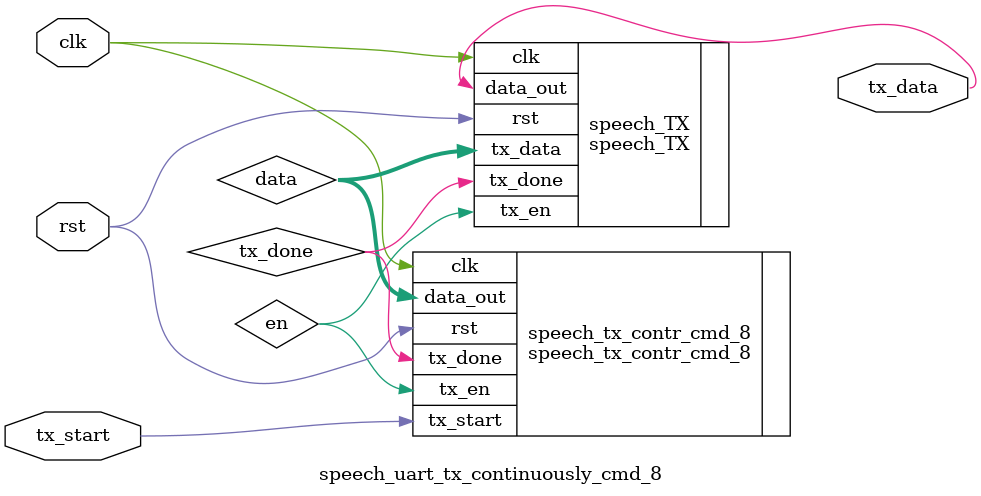
<source format=v>
`timescale 1ns / 1ps
module speech_uart_tx_continuously_cmd_8(
	input clk,
	input rst,
	input tx_start,
	output tx_data
    );
	
	wire [7:0] data;
	wire en;
	wire tx_done;

	
	
	speech_TX speech_TX(
    .clk(clk),
    .rst(rst),
    .tx_data(data),
    .tx_en(en),
	.tx_done(tx_done),
    .data_out(tx_data)
    );
	
	
	speech_tx_contr_cmd_8 speech_tx_contr_cmd_8(
	.clk(clk),
	.rst(rst),
	.tx_start(tx_start),
	.tx_done(tx_done),
	.tx_en(en),
	.data_out(data)
    );

endmodule

</source>
